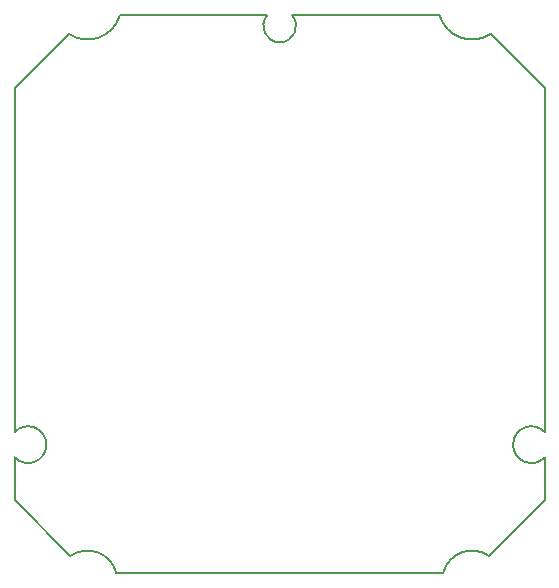
<source format=gbr>
%TF.GenerationSoftware,KiCad,Pcbnew,5.1.10-88a1d61d58~88~ubuntu20.04.1*%
%TF.CreationDate,2021-05-19T13:37:25+03:00*%
%TF.ProjectId,isc0901b0-breakout,69736330-3930-4316-9230-2d627265616b,rev2*%
%TF.SameCoordinates,Original*%
%TF.FileFunction,Profile,NP*%
%FSLAX46Y46*%
G04 Gerber Fmt 4.6, Leading zero omitted, Abs format (unit mm)*
G04 Created by KiCad (PCBNEW 5.1.10-88a1d61d58~88~ubuntu20.04.1) date 2021-05-19 13:37:25*
%MOMM*%
%LPD*%
G01*
G04 APERTURE LIST*
%TA.AperFunction,Profile*%
%ADD10C,0.200000*%
%TD*%
G04 APERTURE END LIST*
D10*
X66560999Y-139600000D02*
X52717500Y-139600000D01*
X84274480Y-138165185D02*
X89010999Y-133428666D01*
X84416850Y-93977184D02*
G75*
G02*
X80096218Y-92400000I-1577184J2386059D01*
G01*
X44106904Y-98571333D02*
X48701052Y-93977184D01*
X53021684Y-92400000D02*
X65500000Y-92400000D01*
X89010999Y-98571333D02*
X84416850Y-93977184D01*
X44110998Y-133428667D02*
X44110999Y-129812083D01*
X80096218Y-92400000D02*
X67617903Y-92399256D01*
X48847516Y-138165186D02*
G75*
G02*
X52717500Y-139600000I1434815J-2066486D01*
G01*
X67617903Y-92399256D02*
G75*
G02*
X65504095Y-92399256I-1056904J-900744D01*
G01*
X44110999Y-127687917D02*
X44106904Y-98571333D01*
X80404498Y-139600000D02*
G75*
G02*
X84274480Y-138165185I2435168J-631671D01*
G01*
X53021684Y-92400000D02*
G75*
G02*
X48701052Y-93977184I-2743448J808875D01*
G01*
X66560999Y-139600000D02*
X80404497Y-139600000D01*
X89010999Y-133428666D02*
X89010999Y-129812083D01*
X89010999Y-127687917D02*
X89010999Y-98571333D01*
X48847516Y-138165186D02*
X44110998Y-133428667D01*
X89010999Y-129812083D02*
G75*
G02*
X89010999Y-127687917I-1139002J1062083D01*
G01*
X44110999Y-127687918D02*
G75*
G02*
X44110999Y-129812083I1139001J-1062082D01*
G01*
M02*

</source>
